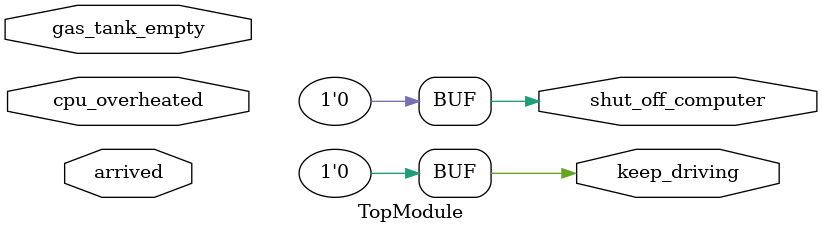
<source format=v>
module TopModule (
  input cpu_overheated,
  output reg shut_off_computer,
  input arrived,
  input gas_tank_empty,
  output reg keep_driving
);

  // Module body - leave empty or add minimal initialization
  initial begin
    shut_off_computer <= 0;
    keep_driving <= 0;
  end

endmodule
</source>
